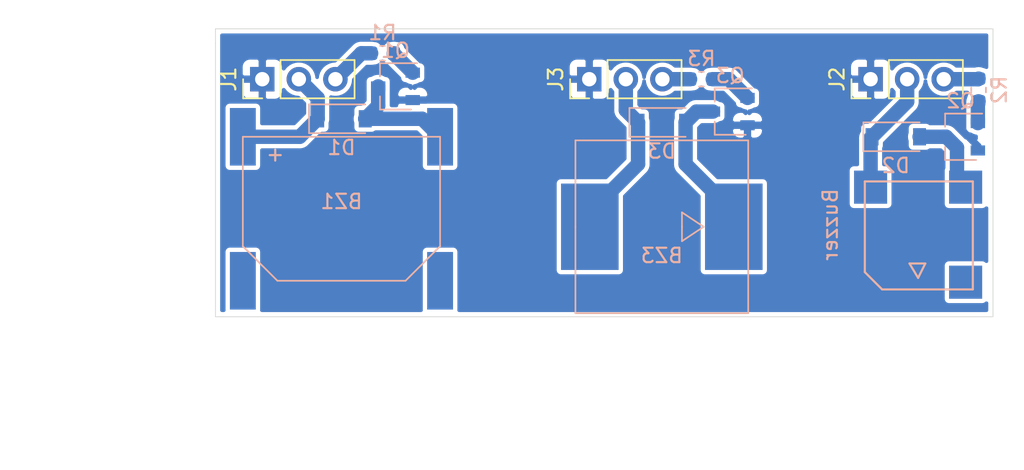
<source format=kicad_pcb>
(kicad_pcb (version 20171130) (host pcbnew "(5.1.4)-1")

  (general
    (thickness 1.6)
    (drawings 7)
    (tracks 40)
    (zones 0)
    (modules 15)
    (nets 14)
  )

  (page A4)
  (layers
    (0 F.Cu signal)
    (31 B.Cu signal)
    (32 B.Adhes user)
    (33 F.Adhes user)
    (34 B.Paste user)
    (35 F.Paste user)
    (36 B.SilkS user)
    (37 F.SilkS user)
    (38 B.Mask user)
    (39 F.Mask user)
    (40 Dwgs.User user)
    (41 Cmts.User user)
    (42 Eco1.User user)
    (43 Eco2.User user)
    (44 Edge.Cuts user)
    (45 Margin user)
    (46 B.CrtYd user)
    (47 F.CrtYd user)
    (48 B.Fab user)
    (49 F.Fab user)
  )

  (setup
    (last_trace_width 0.25)
    (user_trace_width 0.5)
    (user_trace_width 1)
    (trace_clearance 0.2)
    (zone_clearance 0.3)
    (zone_45_only no)
    (trace_min 0.2)
    (via_size 0.8)
    (via_drill 0.4)
    (via_min_size 0.4)
    (via_min_drill 0.3)
    (uvia_size 0.3)
    (uvia_drill 0.1)
    (uvias_allowed no)
    (uvia_min_size 0.2)
    (uvia_min_drill 0.1)
    (edge_width 0.05)
    (segment_width 0.2)
    (pcb_text_width 0.3)
    (pcb_text_size 1.5 1.5)
    (mod_edge_width 0.12)
    (mod_text_size 1 1)
    (mod_text_width 0.15)
    (pad_size 1.524 1.524)
    (pad_drill 0.762)
    (pad_to_mask_clearance 0.051)
    (solder_mask_min_width 0.25)
    (aux_axis_origin 0 0)
    (visible_elements 7FFFFFFF)
    (pcbplotparams
      (layerselection 0x01000_fffffffe)
      (usegerberextensions false)
      (usegerberattributes false)
      (usegerberadvancedattributes false)
      (creategerberjobfile false)
      (excludeedgelayer true)
      (linewidth 0.100000)
      (plotframeref false)
      (viasonmask false)
      (mode 1)
      (useauxorigin false)
      (hpglpennumber 1)
      (hpglpenspeed 20)
      (hpglpendiameter 15.000000)
      (psnegative false)
      (psa4output false)
      (plotreference true)
      (plotvalue true)
      (plotinvisibletext false)
      (padsonsilk false)
      (subtractmaskfromsilk false)
      (outputformat 1)
      (mirror false)
      (drillshape 0)
      (scaleselection 1)
      (outputdirectory "C:/Users/3Zuta/OneDrive/デスクトップ/NHK_RC20_PCBs/Buzzer_Test_UM1515IA/加工ファイル/"))
  )

  (net 0 "")
  (net 1 +BATT)
  (net 2 "Net-(BZ1-Pad2)")
  (net 3 "Net-(BZ2-Pad2)")
  (net 4 VDD)
  (net 5 VCC)
  (net 6 "Net-(BZ3-Pad2)")
  (net 7 GND)
  (net 8 /PWM)
  (net 9 /PWM_1)
  (net 10 /PWM_2)
  (net 11 "Net-(Q1-Pad1)")
  (net 12 "Net-(Q2-Pad1)")
  (net 13 "Net-(Q3-Pad1)")

  (net_class Default "これはデフォルトのネット クラスです。"
    (clearance 0.2)
    (trace_width 0.25)
    (via_dia 0.8)
    (via_drill 0.4)
    (uvia_dia 0.3)
    (uvia_drill 0.1)
    (add_net +BATT)
    (add_net /PWM)
    (add_net /PWM_1)
    (add_net /PWM_2)
    (add_net GND)
    (add_net "Net-(BZ1-Pad2)")
    (add_net "Net-(BZ2-Pad2)")
    (add_net "Net-(BZ3-Pad2)")
    (add_net "Net-(Q1-Pad1)")
    (add_net "Net-(Q2-Pad1)")
    (add_net "Net-(Q3-Pad1)")
    (add_net VCC)
    (add_net VDD)
  )

  (module Mizz_lib:UM1515IA (layer B.Cu) (tedit 5E581B64) (tstamp 5E59F078)
    (at 102.75 96.5)
    (path /5FAEE4CE)
    (fp_text reference BZ1 (at 0 -0.5) (layer B.SilkS)
      (effects (font (size 1 1) (thickness 0.15)) (justify mirror))
    )
    (fp_text value Buzzer (at 0 0.5) (layer B.Fab)
      (effects (font (size 1 1) (thickness 0.15)) (justify mirror))
    )
    (fp_text user + (at -4.6 -3.8) (layer B.SilkS)
      (effects (font (size 1 1) (thickness 0.15)) (justify mirror))
    )
    (fp_line (start 6.85 -5) (end -6.85 -5) (layer B.SilkS) (width 0.12))
    (fp_line (start -6.85 2.6) (end -4.45 5) (layer B.SilkS) (width 0.12))
    (fp_line (start -6.85 -5) (end -6.85 2.6) (layer B.SilkS) (width 0.12))
    (fp_line (start 4.45 5) (end 6.85 2.6) (layer B.SilkS) (width 0.12))
    (fp_line (start 6.85 2.6) (end 6.85 -5) (layer B.SilkS) (width 0.12))
    (fp_line (start 4.45 5) (end -4.45 5) (layer B.SilkS) (width 0.12))
    (pad 1 smd rect (at -6.85 -5) (size 1.8 4) (layers B.Cu B.Paste B.Mask)
      (net 1 +BATT))
    (pad 2 smd rect (at 6.85 -5) (size 1.8 4) (layers B.Cu B.Paste B.Mask)
      (net 2 "Net-(BZ1-Pad2)"))
    (pad "" smd rect (at 6.85 5) (size 1.8 4) (layers B.Cu B.Paste B.Mask))
    (pad "" smd rect (at -6.85 5) (size 1.8 4) (layers B.Cu B.Paste B.Mask))
  )

  (module Mizz_lib:UGCT7525AN4 (layer B.Cu) (tedit 5C686915) (tstamp 5E59F087)
    (at 142.5 98 270)
    (path /5FAF63C7)
    (fp_text reference BZ2 (at 0.6 -6 90) (layer B.Fab) hide
      (effects (font (size 1 1) (thickness 0.15)) (justify mirror))
    )
    (fp_text value Buzzer (at -0.4 5.8 90) (layer B.SilkS)
      (effects (font (size 1 1) (thickness 0.15)) (justify mirror))
    )
    (fp_line (start 2.9 3.4) (end -3.4 3.4) (layer B.SilkS) (width 0.15))
    (fp_line (start -3.4 3.4) (end -3.4 -4.1) (layer B.SilkS) (width 0.15))
    (fp_line (start 4.1 -4.1) (end -3.4 -4.1) (layer B.SilkS) (width 0.15))
    (fp_line (start 4.1 -4.1) (end 4.1 2.2) (layer B.SilkS) (width 0.15))
    (fp_line (start 2.9 3.4) (end 4.1 2.2) (layer B.SilkS) (width 0.15))
    (fp_line (start 2.3 -0.8) (end 3.3 -0.3) (layer B.SilkS) (width 0.15))
    (fp_line (start 2.3 0.3) (end 2.3 -0.8) (layer B.SilkS) (width 0.15))
    (fp_line (start 3.3 -0.3) (end 2.3 0.3) (layer B.SilkS) (width 0.15))
    (pad 3 smd rect (at 3.6 -3.6 270) (size 2.3 2.3) (layers B.Cu B.Paste B.Mask))
    (pad 2 smd rect (at -3 -3.6 270) (size 2.3 2.3) (layers B.Cu B.Paste B.Mask)
      (net 3 "Net-(BZ2-Pad2)"))
    (pad 1 smd rect (at -3 3 270) (size 2.3 2.3) (layers B.Cu B.Paste B.Mask)
      (net 4 VDD))
    (model Mylib_Device/ugct7525an4.wrl
      (offset (xyz 0.3809999942779541 -0.3809999942779541 1.142999982833862))
      (scale (xyz 1.5 1.5 1.5))
      (rotate (xyz -90 0 90))
    )
    (model C:/Users/Mizuta/Downloads/kicad-packages3D-master/Buzzer_Beeper.3dshapes/PUIAudio_SMT_0825_S_4_R.step
      (offset (xyz 0.25 -0.25 0))
      (scale (xyz 1 1 1))
      (rotate (xyz 0 0 0))
    )
  )

  (module Mizz_lib:PKLCS1212E4001 (layer B.Cu) (tedit 5E582136) (tstamp 5E59F096)
    (at 125 97.75)
    (path /5FB02F32)
    (fp_text reference BZ3 (at 0 2) (layer B.SilkS)
      (effects (font (size 1 1) (thickness 0.15)) (justify mirror))
    )
    (fp_text value Buzzer (at 0 3.5) (layer B.Fab)
      (effects (font (size 1 1) (thickness 0.15)) (justify mirror))
    )
    (fp_line (start -6 0) (end -6 6) (layer B.SilkS) (width 0.12))
    (fp_line (start -6 6) (end 6 6) (layer B.SilkS) (width 0.12))
    (fp_line (start 6 6) (end 6 -6) (layer B.SilkS) (width 0.12))
    (fp_line (start 6 -6) (end -6 -6) (layer B.SilkS) (width 0.12))
    (fp_line (start -6 -6) (end -6 0) (layer B.SilkS) (width 0.12))
    (fp_line (start 1.4 1) (end 1.4 0) (layer B.SilkS) (width 0.12))
    (fp_line (start 1.4 0) (end 1.4 -1) (layer B.SilkS) (width 0.12))
    (fp_line (start 1.4 -1) (end 2.9 0) (layer B.SilkS) (width 0.12))
    (fp_line (start 2.9 0) (end 1.4 1) (layer B.SilkS) (width 0.12))
    (pad 1 smd rect (at -5 0) (size 4 6) (layers B.Cu B.Paste B.Mask)
      (net 5 VCC))
    (pad 2 smd rect (at 5 0) (size 4 6) (layers B.Cu B.Paste B.Mask)
      (net 6 "Net-(BZ3-Pad2)"))
  )

  (module Diode_SMD:D_SOD-123 (layer B.Cu) (tedit 58645DC7) (tstamp 5E59F0AF)
    (at 102.75 90.25)
    (descr SOD-123)
    (tags SOD-123)
    (path /5FAEEAA3)
    (attr smd)
    (fp_text reference D1 (at 0 2) (layer B.SilkS)
      (effects (font (size 1 1) (thickness 0.15)) (justify mirror))
    )
    (fp_text value DIODE (at 0 -2.1) (layer B.Fab)
      (effects (font (size 1 1) (thickness 0.15)) (justify mirror))
    )
    (fp_text user %R (at 0 2) (layer B.Fab)
      (effects (font (size 1 1) (thickness 0.15)) (justify mirror))
    )
    (fp_line (start -2.25 1) (end -2.25 -1) (layer B.SilkS) (width 0.12))
    (fp_line (start 0.25 0) (end 0.75 0) (layer B.Fab) (width 0.1))
    (fp_line (start 0.25 -0.4) (end -0.35 0) (layer B.Fab) (width 0.1))
    (fp_line (start 0.25 0.4) (end 0.25 -0.4) (layer B.Fab) (width 0.1))
    (fp_line (start -0.35 0) (end 0.25 0.4) (layer B.Fab) (width 0.1))
    (fp_line (start -0.35 0) (end -0.35 -0.55) (layer B.Fab) (width 0.1))
    (fp_line (start -0.35 0) (end -0.35 0.55) (layer B.Fab) (width 0.1))
    (fp_line (start -0.75 0) (end -0.35 0) (layer B.Fab) (width 0.1))
    (fp_line (start -1.4 -0.9) (end -1.4 0.9) (layer B.Fab) (width 0.1))
    (fp_line (start 1.4 -0.9) (end -1.4 -0.9) (layer B.Fab) (width 0.1))
    (fp_line (start 1.4 0.9) (end 1.4 -0.9) (layer B.Fab) (width 0.1))
    (fp_line (start -1.4 0.9) (end 1.4 0.9) (layer B.Fab) (width 0.1))
    (fp_line (start -2.35 1.15) (end 2.35 1.15) (layer B.CrtYd) (width 0.05))
    (fp_line (start 2.35 1.15) (end 2.35 -1.15) (layer B.CrtYd) (width 0.05))
    (fp_line (start 2.35 -1.15) (end -2.35 -1.15) (layer B.CrtYd) (width 0.05))
    (fp_line (start -2.35 1.15) (end -2.35 -1.15) (layer B.CrtYd) (width 0.05))
    (fp_line (start -2.25 -1) (end 1.65 -1) (layer B.SilkS) (width 0.12))
    (fp_line (start -2.25 1) (end 1.65 1) (layer B.SilkS) (width 0.12))
    (pad 1 smd rect (at -1.65 0) (size 0.9 1.2) (layers B.Cu B.Paste B.Mask)
      (net 1 +BATT))
    (pad 2 smd rect (at 1.65 0) (size 0.9 1.2) (layers B.Cu B.Paste B.Mask)
      (net 2 "Net-(BZ1-Pad2)"))
    (model ${KISYS3DMOD}/Diode_SMD.3dshapes/D_SOD-123.wrl
      (at (xyz 0 0 0))
      (scale (xyz 1 1 1))
      (rotate (xyz 0 0 0))
    )
  )

  (module Diode_SMD:D_SOD-123 (layer B.Cu) (tedit 58645DC7) (tstamp 5E59F0C8)
    (at 141.25 91.5)
    (descr SOD-123)
    (tags SOD-123)
    (path /5FAF63DB)
    (attr smd)
    (fp_text reference D2 (at 0 2) (layer B.SilkS)
      (effects (font (size 1 1) (thickness 0.15)) (justify mirror))
    )
    (fp_text value DIODE (at 0 -2.1) (layer B.Fab)
      (effects (font (size 1 1) (thickness 0.15)) (justify mirror))
    )
    (fp_line (start -2.25 1) (end 1.65 1) (layer B.SilkS) (width 0.12))
    (fp_line (start -2.25 -1) (end 1.65 -1) (layer B.SilkS) (width 0.12))
    (fp_line (start -2.35 1.15) (end -2.35 -1.15) (layer B.CrtYd) (width 0.05))
    (fp_line (start 2.35 -1.15) (end -2.35 -1.15) (layer B.CrtYd) (width 0.05))
    (fp_line (start 2.35 1.15) (end 2.35 -1.15) (layer B.CrtYd) (width 0.05))
    (fp_line (start -2.35 1.15) (end 2.35 1.15) (layer B.CrtYd) (width 0.05))
    (fp_line (start -1.4 0.9) (end 1.4 0.9) (layer B.Fab) (width 0.1))
    (fp_line (start 1.4 0.9) (end 1.4 -0.9) (layer B.Fab) (width 0.1))
    (fp_line (start 1.4 -0.9) (end -1.4 -0.9) (layer B.Fab) (width 0.1))
    (fp_line (start -1.4 -0.9) (end -1.4 0.9) (layer B.Fab) (width 0.1))
    (fp_line (start -0.75 0) (end -0.35 0) (layer B.Fab) (width 0.1))
    (fp_line (start -0.35 0) (end -0.35 0.55) (layer B.Fab) (width 0.1))
    (fp_line (start -0.35 0) (end -0.35 -0.55) (layer B.Fab) (width 0.1))
    (fp_line (start -0.35 0) (end 0.25 0.4) (layer B.Fab) (width 0.1))
    (fp_line (start 0.25 0.4) (end 0.25 -0.4) (layer B.Fab) (width 0.1))
    (fp_line (start 0.25 -0.4) (end -0.35 0) (layer B.Fab) (width 0.1))
    (fp_line (start 0.25 0) (end 0.75 0) (layer B.Fab) (width 0.1))
    (fp_line (start -2.25 1) (end -2.25 -1) (layer B.SilkS) (width 0.12))
    (fp_text user %R (at 0 2) (layer B.Fab)
      (effects (font (size 1 1) (thickness 0.15)) (justify mirror))
    )
    (pad 2 smd rect (at 1.65 0) (size 0.9 1.2) (layers B.Cu B.Paste B.Mask)
      (net 3 "Net-(BZ2-Pad2)"))
    (pad 1 smd rect (at -1.65 0) (size 0.9 1.2) (layers B.Cu B.Paste B.Mask)
      (net 4 VDD))
    (model ${KISYS3DMOD}/Diode_SMD.3dshapes/D_SOD-123.wrl
      (at (xyz 0 0 0))
      (scale (xyz 1 1 1))
      (rotate (xyz 0 0 0))
    )
  )

  (module Diode_SMD:D_SOD-123 (layer B.Cu) (tedit 58645DC7) (tstamp 5E59F0E1)
    (at 125 90.5)
    (descr SOD-123)
    (tags SOD-123)
    (path /5FB02F46)
    (attr smd)
    (fp_text reference D3 (at 0 2) (layer B.SilkS)
      (effects (font (size 1 1) (thickness 0.15)) (justify mirror))
    )
    (fp_text value DIODE (at 0 -2.1) (layer B.Fab)
      (effects (font (size 1 1) (thickness 0.15)) (justify mirror))
    )
    (fp_text user %R (at 0 2) (layer B.Fab)
      (effects (font (size 1 1) (thickness 0.15)) (justify mirror))
    )
    (fp_line (start -2.25 1) (end -2.25 -1) (layer B.SilkS) (width 0.12))
    (fp_line (start 0.25 0) (end 0.75 0) (layer B.Fab) (width 0.1))
    (fp_line (start 0.25 -0.4) (end -0.35 0) (layer B.Fab) (width 0.1))
    (fp_line (start 0.25 0.4) (end 0.25 -0.4) (layer B.Fab) (width 0.1))
    (fp_line (start -0.35 0) (end 0.25 0.4) (layer B.Fab) (width 0.1))
    (fp_line (start -0.35 0) (end -0.35 -0.55) (layer B.Fab) (width 0.1))
    (fp_line (start -0.35 0) (end -0.35 0.55) (layer B.Fab) (width 0.1))
    (fp_line (start -0.75 0) (end -0.35 0) (layer B.Fab) (width 0.1))
    (fp_line (start -1.4 -0.9) (end -1.4 0.9) (layer B.Fab) (width 0.1))
    (fp_line (start 1.4 -0.9) (end -1.4 -0.9) (layer B.Fab) (width 0.1))
    (fp_line (start 1.4 0.9) (end 1.4 -0.9) (layer B.Fab) (width 0.1))
    (fp_line (start -1.4 0.9) (end 1.4 0.9) (layer B.Fab) (width 0.1))
    (fp_line (start -2.35 1.15) (end 2.35 1.15) (layer B.CrtYd) (width 0.05))
    (fp_line (start 2.35 1.15) (end 2.35 -1.15) (layer B.CrtYd) (width 0.05))
    (fp_line (start 2.35 -1.15) (end -2.35 -1.15) (layer B.CrtYd) (width 0.05))
    (fp_line (start -2.35 1.15) (end -2.35 -1.15) (layer B.CrtYd) (width 0.05))
    (fp_line (start -2.25 -1) (end 1.65 -1) (layer B.SilkS) (width 0.12))
    (fp_line (start -2.25 1) (end 1.65 1) (layer B.SilkS) (width 0.12))
    (pad 1 smd rect (at -1.65 0) (size 0.9 1.2) (layers B.Cu B.Paste B.Mask)
      (net 5 VCC))
    (pad 2 smd rect (at 1.65 0) (size 0.9 1.2) (layers B.Cu B.Paste B.Mask)
      (net 6 "Net-(BZ3-Pad2)"))
    (model ${KISYS3DMOD}/Diode_SMD.3dshapes/D_SOD-123.wrl
      (at (xyz 0 0 0))
      (scale (xyz 1 1 1))
      (rotate (xyz 0 0 0))
    )
  )

  (module Connector_PinHeader_2.54mm:PinHeader_1x03_P2.54mm_Vertical (layer F.Cu) (tedit 59FED5CC) (tstamp 5E59F0F8)
    (at 97.25 87.5 90)
    (descr "Through hole straight pin header, 1x03, 2.54mm pitch, single row")
    (tags "Through hole pin header THT 1x03 2.54mm single row")
    (path /5FAF178E)
    (fp_text reference J1 (at 0 -2.33 90) (layer F.SilkS)
      (effects (font (size 1 1) (thickness 0.15)))
    )
    (fp_text value BUZZER11 (at 0 7.41 90) (layer F.Fab)
      (effects (font (size 1 1) (thickness 0.15)))
    )
    (fp_line (start -0.635 -1.27) (end 1.27 -1.27) (layer F.Fab) (width 0.1))
    (fp_line (start 1.27 -1.27) (end 1.27 6.35) (layer F.Fab) (width 0.1))
    (fp_line (start 1.27 6.35) (end -1.27 6.35) (layer F.Fab) (width 0.1))
    (fp_line (start -1.27 6.35) (end -1.27 -0.635) (layer F.Fab) (width 0.1))
    (fp_line (start -1.27 -0.635) (end -0.635 -1.27) (layer F.Fab) (width 0.1))
    (fp_line (start -1.33 6.41) (end 1.33 6.41) (layer F.SilkS) (width 0.12))
    (fp_line (start -1.33 1.27) (end -1.33 6.41) (layer F.SilkS) (width 0.12))
    (fp_line (start 1.33 1.27) (end 1.33 6.41) (layer F.SilkS) (width 0.12))
    (fp_line (start -1.33 1.27) (end 1.33 1.27) (layer F.SilkS) (width 0.12))
    (fp_line (start -1.33 0) (end -1.33 -1.33) (layer F.SilkS) (width 0.12))
    (fp_line (start -1.33 -1.33) (end 0 -1.33) (layer F.SilkS) (width 0.12))
    (fp_line (start -1.8 -1.8) (end -1.8 6.85) (layer F.CrtYd) (width 0.05))
    (fp_line (start -1.8 6.85) (end 1.8 6.85) (layer F.CrtYd) (width 0.05))
    (fp_line (start 1.8 6.85) (end 1.8 -1.8) (layer F.CrtYd) (width 0.05))
    (fp_line (start 1.8 -1.8) (end -1.8 -1.8) (layer F.CrtYd) (width 0.05))
    (fp_text user %R (at 0 2.54) (layer F.Fab)
      (effects (font (size 1 1) (thickness 0.15)))
    )
    (pad 1 thru_hole rect (at 0 0 90) (size 1.7 1.7) (drill 1) (layers *.Cu *.Mask)
      (net 7 GND))
    (pad 2 thru_hole oval (at 0 2.54 90) (size 1.7 1.7) (drill 1) (layers *.Cu *.Mask)
      (net 1 +BATT))
    (pad 3 thru_hole oval (at 0 5.08 90) (size 1.7 1.7) (drill 1) (layers *.Cu *.Mask)
      (net 8 /PWM))
    (model ${KISYS3DMOD}/Connector_PinHeader_2.54mm.3dshapes/PinHeader_1x03_P2.54mm_Vertical.wrl
      (at (xyz 0 0 0))
      (scale (xyz 1 1 1))
      (rotate (xyz 0 0 0))
    )
  )

  (module Connector_PinHeader_2.54mm:PinHeader_1x03_P2.54mm_Vertical (layer F.Cu) (tedit 59FED5CC) (tstamp 5E59F10F)
    (at 139.5 87.5 90)
    (descr "Through hole straight pin header, 1x03, 2.54mm pitch, single row")
    (tags "Through hole pin header THT 1x03 2.54mm single row")
    (path /5FAF640C)
    (fp_text reference J2 (at 0 -2.33 90) (layer F.SilkS)
      (effects (font (size 1 1) (thickness 0.15)))
    )
    (fp_text value BUZZER11 (at 0 7.41 90) (layer F.Fab)
      (effects (font (size 1 1) (thickness 0.15)))
    )
    (fp_text user %R (at 0 2.54) (layer F.Fab)
      (effects (font (size 1 1) (thickness 0.15)))
    )
    (fp_line (start 1.8 -1.8) (end -1.8 -1.8) (layer F.CrtYd) (width 0.05))
    (fp_line (start 1.8 6.85) (end 1.8 -1.8) (layer F.CrtYd) (width 0.05))
    (fp_line (start -1.8 6.85) (end 1.8 6.85) (layer F.CrtYd) (width 0.05))
    (fp_line (start -1.8 -1.8) (end -1.8 6.85) (layer F.CrtYd) (width 0.05))
    (fp_line (start -1.33 -1.33) (end 0 -1.33) (layer F.SilkS) (width 0.12))
    (fp_line (start -1.33 0) (end -1.33 -1.33) (layer F.SilkS) (width 0.12))
    (fp_line (start -1.33 1.27) (end 1.33 1.27) (layer F.SilkS) (width 0.12))
    (fp_line (start 1.33 1.27) (end 1.33 6.41) (layer F.SilkS) (width 0.12))
    (fp_line (start -1.33 1.27) (end -1.33 6.41) (layer F.SilkS) (width 0.12))
    (fp_line (start -1.33 6.41) (end 1.33 6.41) (layer F.SilkS) (width 0.12))
    (fp_line (start -1.27 -0.635) (end -0.635 -1.27) (layer F.Fab) (width 0.1))
    (fp_line (start -1.27 6.35) (end -1.27 -0.635) (layer F.Fab) (width 0.1))
    (fp_line (start 1.27 6.35) (end -1.27 6.35) (layer F.Fab) (width 0.1))
    (fp_line (start 1.27 -1.27) (end 1.27 6.35) (layer F.Fab) (width 0.1))
    (fp_line (start -0.635 -1.27) (end 1.27 -1.27) (layer F.Fab) (width 0.1))
    (pad 3 thru_hole oval (at 0 5.08 90) (size 1.7 1.7) (drill 1) (layers *.Cu *.Mask)
      (net 9 /PWM_1))
    (pad 2 thru_hole oval (at 0 2.54 90) (size 1.7 1.7) (drill 1) (layers *.Cu *.Mask)
      (net 4 VDD))
    (pad 1 thru_hole rect (at 0 0 90) (size 1.7 1.7) (drill 1) (layers *.Cu *.Mask)
      (net 7 GND))
    (model ${KISYS3DMOD}/Connector_PinHeader_2.54mm.3dshapes/PinHeader_1x03_P2.54mm_Vertical.wrl
      (at (xyz 0 0 0))
      (scale (xyz 1 1 1))
      (rotate (xyz 0 0 0))
    )
  )

  (module Connector_PinHeader_2.54mm:PinHeader_1x03_P2.54mm_Vertical (layer F.Cu) (tedit 59FED5CC) (tstamp 5E59F126)
    (at 119.96 87.5 90)
    (descr "Through hole straight pin header, 1x03, 2.54mm pitch, single row")
    (tags "Through hole pin header THT 1x03 2.54mm single row")
    (path /5FB02F77)
    (fp_text reference J3 (at 0 -2.33 90) (layer F.SilkS)
      (effects (font (size 1 1) (thickness 0.15)))
    )
    (fp_text value BUZZER11 (at 0 7.41 90) (layer F.Fab)
      (effects (font (size 1 1) (thickness 0.15)))
    )
    (fp_line (start -0.635 -1.27) (end 1.27 -1.27) (layer F.Fab) (width 0.1))
    (fp_line (start 1.27 -1.27) (end 1.27 6.35) (layer F.Fab) (width 0.1))
    (fp_line (start 1.27 6.35) (end -1.27 6.35) (layer F.Fab) (width 0.1))
    (fp_line (start -1.27 6.35) (end -1.27 -0.635) (layer F.Fab) (width 0.1))
    (fp_line (start -1.27 -0.635) (end -0.635 -1.27) (layer F.Fab) (width 0.1))
    (fp_line (start -1.33 6.41) (end 1.33 6.41) (layer F.SilkS) (width 0.12))
    (fp_line (start -1.33 1.27) (end -1.33 6.41) (layer F.SilkS) (width 0.12))
    (fp_line (start 1.33 1.27) (end 1.33 6.41) (layer F.SilkS) (width 0.12))
    (fp_line (start -1.33 1.27) (end 1.33 1.27) (layer F.SilkS) (width 0.12))
    (fp_line (start -1.33 0) (end -1.33 -1.33) (layer F.SilkS) (width 0.12))
    (fp_line (start -1.33 -1.33) (end 0 -1.33) (layer F.SilkS) (width 0.12))
    (fp_line (start -1.8 -1.8) (end -1.8 6.85) (layer F.CrtYd) (width 0.05))
    (fp_line (start -1.8 6.85) (end 1.8 6.85) (layer F.CrtYd) (width 0.05))
    (fp_line (start 1.8 6.85) (end 1.8 -1.8) (layer F.CrtYd) (width 0.05))
    (fp_line (start 1.8 -1.8) (end -1.8 -1.8) (layer F.CrtYd) (width 0.05))
    (fp_text user %R (at 0 2.54) (layer F.Fab)
      (effects (font (size 1 1) (thickness 0.15)))
    )
    (pad 1 thru_hole rect (at 0 0 90) (size 1.7 1.7) (drill 1) (layers *.Cu *.Mask)
      (net 7 GND))
    (pad 2 thru_hole oval (at 0 2.54 90) (size 1.7 1.7) (drill 1) (layers *.Cu *.Mask)
      (net 5 VCC))
    (pad 3 thru_hole oval (at 0 5.08 90) (size 1.7 1.7) (drill 1) (layers *.Cu *.Mask)
      (net 10 /PWM_2))
    (model ${KISYS3DMOD}/Connector_PinHeader_2.54mm.3dshapes/PinHeader_1x03_P2.54mm_Vertical.wrl
      (at (xyz 0 0 0))
      (scale (xyz 1 1 1))
      (rotate (xyz 0 0 0))
    )
  )

  (module Package_TO_SOT_SMD:SOT-23W (layer B.Cu) (tedit 5A02FF57) (tstamp 5E59F13B)
    (at 106.5 88 180)
    (descr "SOT-23W http://www.allegromicro.com/~/media/Files/Datasheets/A112x-Datasheet.ashx?la=en&hash=7BC461E058CC246E0BAB62433B2F1ECA104CA9D3")
    (tags SOT-23W)
    (path /5FAEFBFF)
    (attr smd)
    (fp_text reference Q1 (at 0 2.5) (layer B.SilkS)
      (effects (font (size 1 1) (thickness 0.15)) (justify mirror))
    )
    (fp_text value Q_NPN_BEC (at 0 -2.5) (layer B.Fab)
      (effects (font (size 1 1) (thickness 0.15)) (justify mirror))
    )
    (fp_line (start 1.075 1.61) (end 1.075 0.7) (layer B.SilkS) (width 0.12))
    (fp_line (start 1.075 -0.7) (end 1.075 -1.61) (layer B.SilkS) (width 0.12))
    (fp_line (start -1.5 1.61) (end 1.075 1.61) (layer B.SilkS) (width 0.12))
    (fp_line (start -1.075 -1.61) (end 1.075 -1.61) (layer B.SilkS) (width 0.12))
    (fp_text user %R (at 0 0 270) (layer B.Fab)
      (effects (font (size 0.5 0.5) (thickness 0.075)) (justify mirror))
    )
    (fp_line (start -0.955 0.49) (end -0.955 -1.49) (layer B.Fab) (width 0.1))
    (fp_line (start 0.045 1.49) (end 0.955 1.49) (layer B.Fab) (width 0.1))
    (fp_line (start -0.955 0.49) (end 0.045 1.49) (layer B.Fab) (width 0.1))
    (fp_line (start 0.955 1.49) (end 0.955 -1.49) (layer B.Fab) (width 0.1))
    (fp_line (start -0.955 -1.49) (end 0.955 -1.49) (layer B.Fab) (width 0.1))
    (fp_line (start -1.95 1.74) (end 1.95 1.74) (layer B.CrtYd) (width 0.05))
    (fp_line (start 1.95 1.74) (end 1.95 -1.74) (layer B.CrtYd) (width 0.05))
    (fp_line (start 1.95 -1.74) (end -1.95 -1.74) (layer B.CrtYd) (width 0.05))
    (fp_line (start -1.95 -1.74) (end -1.95 1.74) (layer B.CrtYd) (width 0.05))
    (pad 1 smd rect (at -1.2 0.95 180) (size 1 0.7) (layers B.Cu B.Paste B.Mask)
      (net 11 "Net-(Q1-Pad1)"))
    (pad 2 smd rect (at -1.2 -0.95 180) (size 1 0.7) (layers B.Cu B.Paste B.Mask)
      (net 7 GND))
    (pad 3 smd rect (at 1.2 0 180) (size 1 0.7) (layers B.Cu B.Paste B.Mask)
      (net 2 "Net-(BZ1-Pad2)"))
    (model ${KISYS3DMOD}/Package_TO_SOT_SMD.3dshapes/SOT-23W.wrl
      (at (xyz 0 0 0))
      (scale (xyz 1 1 1))
      (rotate (xyz 0 0 0))
    )
  )

  (module Package_TO_SOT_SMD:SOT-23W (layer B.Cu) (tedit 5A02FF57) (tstamp 5E59F150)
    (at 145.75 91.5 180)
    (descr "SOT-23W http://www.allegromicro.com/~/media/Files/Datasheets/A112x-Datasheet.ashx?la=en&hash=7BC461E058CC246E0BAB62433B2F1ECA104CA9D3")
    (tags SOT-23W)
    (path /5FAF63E9)
    (attr smd)
    (fp_text reference Q2 (at 0 2.5) (layer B.SilkS)
      (effects (font (size 1 1) (thickness 0.15)) (justify mirror))
    )
    (fp_text value Q_NPN_BEC (at 0 -2.5) (layer B.Fab)
      (effects (font (size 1 1) (thickness 0.15)) (justify mirror))
    )
    (fp_line (start -1.95 -1.74) (end -1.95 1.74) (layer B.CrtYd) (width 0.05))
    (fp_line (start 1.95 -1.74) (end -1.95 -1.74) (layer B.CrtYd) (width 0.05))
    (fp_line (start 1.95 1.74) (end 1.95 -1.74) (layer B.CrtYd) (width 0.05))
    (fp_line (start -1.95 1.74) (end 1.95 1.74) (layer B.CrtYd) (width 0.05))
    (fp_line (start -0.955 -1.49) (end 0.955 -1.49) (layer B.Fab) (width 0.1))
    (fp_line (start 0.955 1.49) (end 0.955 -1.49) (layer B.Fab) (width 0.1))
    (fp_line (start -0.955 0.49) (end 0.045 1.49) (layer B.Fab) (width 0.1))
    (fp_line (start 0.045 1.49) (end 0.955 1.49) (layer B.Fab) (width 0.1))
    (fp_line (start -0.955 0.49) (end -0.955 -1.49) (layer B.Fab) (width 0.1))
    (fp_text user %R (at 0 0 270) (layer B.Fab)
      (effects (font (size 0.5 0.5) (thickness 0.075)) (justify mirror))
    )
    (fp_line (start -1.075 -1.61) (end 1.075 -1.61) (layer B.SilkS) (width 0.12))
    (fp_line (start -1.5 1.61) (end 1.075 1.61) (layer B.SilkS) (width 0.12))
    (fp_line (start 1.075 -0.7) (end 1.075 -1.61) (layer B.SilkS) (width 0.12))
    (fp_line (start 1.075 1.61) (end 1.075 0.7) (layer B.SilkS) (width 0.12))
    (pad 3 smd rect (at 1.2 0 180) (size 1 0.7) (layers B.Cu B.Paste B.Mask)
      (net 3 "Net-(BZ2-Pad2)"))
    (pad 2 smd rect (at -1.2 -0.95 180) (size 1 0.7) (layers B.Cu B.Paste B.Mask)
      (net 7 GND))
    (pad 1 smd rect (at -1.2 0.95 180) (size 1 0.7) (layers B.Cu B.Paste B.Mask)
      (net 12 "Net-(Q2-Pad1)"))
    (model ${KISYS3DMOD}/Package_TO_SOT_SMD.3dshapes/SOT-23W.wrl
      (at (xyz 0 0 0))
      (scale (xyz 1 1 1))
      (rotate (xyz 0 0 0))
    )
  )

  (module Package_TO_SOT_SMD:SOT-23W (layer B.Cu) (tedit 5A02FF57) (tstamp 5E59F165)
    (at 129.75 89.75 180)
    (descr "SOT-23W http://www.allegromicro.com/~/media/Files/Datasheets/A112x-Datasheet.ashx?la=en&hash=7BC461E058CC246E0BAB62433B2F1ECA104CA9D3")
    (tags SOT-23W)
    (path /5FB02F54)
    (attr smd)
    (fp_text reference Q3 (at 0 2.5) (layer B.SilkS)
      (effects (font (size 1 1) (thickness 0.15)) (justify mirror))
    )
    (fp_text value Q_NPN_BEC (at 0 -2.5) (layer B.Fab)
      (effects (font (size 1 1) (thickness 0.15)) (justify mirror))
    )
    (fp_line (start 1.075 1.61) (end 1.075 0.7) (layer B.SilkS) (width 0.12))
    (fp_line (start 1.075 -0.7) (end 1.075 -1.61) (layer B.SilkS) (width 0.12))
    (fp_line (start -1.5 1.61) (end 1.075 1.61) (layer B.SilkS) (width 0.12))
    (fp_line (start -1.075 -1.61) (end 1.075 -1.61) (layer B.SilkS) (width 0.12))
    (fp_text user %R (at 0 0 270) (layer B.Fab)
      (effects (font (size 0.5 0.5) (thickness 0.075)) (justify mirror))
    )
    (fp_line (start -0.955 0.49) (end -0.955 -1.49) (layer B.Fab) (width 0.1))
    (fp_line (start 0.045 1.49) (end 0.955 1.49) (layer B.Fab) (width 0.1))
    (fp_line (start -0.955 0.49) (end 0.045 1.49) (layer B.Fab) (width 0.1))
    (fp_line (start 0.955 1.49) (end 0.955 -1.49) (layer B.Fab) (width 0.1))
    (fp_line (start -0.955 -1.49) (end 0.955 -1.49) (layer B.Fab) (width 0.1))
    (fp_line (start -1.95 1.74) (end 1.95 1.74) (layer B.CrtYd) (width 0.05))
    (fp_line (start 1.95 1.74) (end 1.95 -1.74) (layer B.CrtYd) (width 0.05))
    (fp_line (start 1.95 -1.74) (end -1.95 -1.74) (layer B.CrtYd) (width 0.05))
    (fp_line (start -1.95 -1.74) (end -1.95 1.74) (layer B.CrtYd) (width 0.05))
    (pad 1 smd rect (at -1.2 0.95 180) (size 1 0.7) (layers B.Cu B.Paste B.Mask)
      (net 13 "Net-(Q3-Pad1)"))
    (pad 2 smd rect (at -1.2 -0.95 180) (size 1 0.7) (layers B.Cu B.Paste B.Mask)
      (net 7 GND))
    (pad 3 smd rect (at 1.2 0 180) (size 1 0.7) (layers B.Cu B.Paste B.Mask)
      (net 6 "Net-(BZ3-Pad2)"))
    (model ${KISYS3DMOD}/Package_TO_SOT_SMD.3dshapes/SOT-23W.wrl
      (at (xyz 0 0 0))
      (scale (xyz 1 1 1))
      (rotate (xyz 0 0 0))
    )
  )

  (module Resistor_SMD:R_0603_1608Metric (layer B.Cu) (tedit 5B301BBD) (tstamp 5E59F176)
    (at 105.6 85.7 180)
    (descr "Resistor SMD 0603 (1608 Metric), square (rectangular) end terminal, IPC_7351 nominal, (Body size source: http://www.tortai-tech.com/upload/download/2011102023233369053.pdf), generated with kicad-footprint-generator")
    (tags resistor)
    (path /5FAF0B08)
    (attr smd)
    (fp_text reference R1 (at 0 1.43) (layer B.SilkS)
      (effects (font (size 1 1) (thickness 0.15)) (justify mirror))
    )
    (fp_text value 10 (at 0 -1.43) (layer B.Fab)
      (effects (font (size 1 1) (thickness 0.15)) (justify mirror))
    )
    (fp_line (start -0.8 -0.4) (end -0.8 0.4) (layer B.Fab) (width 0.1))
    (fp_line (start -0.8 0.4) (end 0.8 0.4) (layer B.Fab) (width 0.1))
    (fp_line (start 0.8 0.4) (end 0.8 -0.4) (layer B.Fab) (width 0.1))
    (fp_line (start 0.8 -0.4) (end -0.8 -0.4) (layer B.Fab) (width 0.1))
    (fp_line (start -0.162779 0.51) (end 0.162779 0.51) (layer B.SilkS) (width 0.12))
    (fp_line (start -0.162779 -0.51) (end 0.162779 -0.51) (layer B.SilkS) (width 0.12))
    (fp_line (start -1.48 -0.73) (end -1.48 0.73) (layer B.CrtYd) (width 0.05))
    (fp_line (start -1.48 0.73) (end 1.48 0.73) (layer B.CrtYd) (width 0.05))
    (fp_line (start 1.48 0.73) (end 1.48 -0.73) (layer B.CrtYd) (width 0.05))
    (fp_line (start 1.48 -0.73) (end -1.48 -0.73) (layer B.CrtYd) (width 0.05))
    (fp_text user %R (at 0 0) (layer B.Fab)
      (effects (font (size 0.4 0.4) (thickness 0.06)) (justify mirror))
    )
    (pad 1 smd roundrect (at -0.7875 0 180) (size 0.875 0.95) (layers B.Cu B.Paste B.Mask) (roundrect_rratio 0.25)
      (net 11 "Net-(Q1-Pad1)"))
    (pad 2 smd roundrect (at 0.7875 0 180) (size 0.875 0.95) (layers B.Cu B.Paste B.Mask) (roundrect_rratio 0.25)
      (net 8 /PWM))
    (model ${KISYS3DMOD}/Resistor_SMD.3dshapes/R_0603_1608Metric.wrl
      (at (xyz 0 0 0))
      (scale (xyz 1 1 1))
      (rotate (xyz 0 0 0))
    )
  )

  (module Resistor_SMD:R_0603_1608Metric (layer B.Cu) (tedit 5B301BBD) (tstamp 5E59F187)
    (at 147 88.25 90)
    (descr "Resistor SMD 0603 (1608 Metric), square (rectangular) end terminal, IPC_7351 nominal, (Body size source: http://www.tortai-tech.com/upload/download/2011102023233369053.pdf), generated with kicad-footprint-generator")
    (tags resistor)
    (path /5FAF63F7)
    (attr smd)
    (fp_text reference R2 (at 0 1.43 90) (layer B.SilkS)
      (effects (font (size 1 1) (thickness 0.15)) (justify mirror))
    )
    (fp_text value 10 (at 0 -1.43 90) (layer B.Fab)
      (effects (font (size 1 1) (thickness 0.15)) (justify mirror))
    )
    (fp_text user %R (at 0 0 90) (layer B.Fab)
      (effects (font (size 0.4 0.4) (thickness 0.06)) (justify mirror))
    )
    (fp_line (start 1.48 -0.73) (end -1.48 -0.73) (layer B.CrtYd) (width 0.05))
    (fp_line (start 1.48 0.73) (end 1.48 -0.73) (layer B.CrtYd) (width 0.05))
    (fp_line (start -1.48 0.73) (end 1.48 0.73) (layer B.CrtYd) (width 0.05))
    (fp_line (start -1.48 -0.73) (end -1.48 0.73) (layer B.CrtYd) (width 0.05))
    (fp_line (start -0.162779 -0.51) (end 0.162779 -0.51) (layer B.SilkS) (width 0.12))
    (fp_line (start -0.162779 0.51) (end 0.162779 0.51) (layer B.SilkS) (width 0.12))
    (fp_line (start 0.8 -0.4) (end -0.8 -0.4) (layer B.Fab) (width 0.1))
    (fp_line (start 0.8 0.4) (end 0.8 -0.4) (layer B.Fab) (width 0.1))
    (fp_line (start -0.8 0.4) (end 0.8 0.4) (layer B.Fab) (width 0.1))
    (fp_line (start -0.8 -0.4) (end -0.8 0.4) (layer B.Fab) (width 0.1))
    (pad 2 smd roundrect (at 0.7875 0 90) (size 0.875 0.95) (layers B.Cu B.Paste B.Mask) (roundrect_rratio 0.25)
      (net 9 /PWM_1))
    (pad 1 smd roundrect (at -0.7875 0 90) (size 0.875 0.95) (layers B.Cu B.Paste B.Mask) (roundrect_rratio 0.25)
      (net 12 "Net-(Q2-Pad1)"))
    (model ${KISYS3DMOD}/Resistor_SMD.3dshapes/R_0603_1608Metric.wrl
      (at (xyz 0 0 0))
      (scale (xyz 1 1 1))
      (rotate (xyz 0 0 0))
    )
  )

  (module Resistor_SMD:R_0603_1608Metric (layer B.Cu) (tedit 5B301BBD) (tstamp 5E59F198)
    (at 127.75 87.5 180)
    (descr "Resistor SMD 0603 (1608 Metric), square (rectangular) end terminal, IPC_7351 nominal, (Body size source: http://www.tortai-tech.com/upload/download/2011102023233369053.pdf), generated with kicad-footprint-generator")
    (tags resistor)
    (path /5FB02F62)
    (attr smd)
    (fp_text reference R3 (at 0 1.43) (layer B.SilkS)
      (effects (font (size 1 1) (thickness 0.15)) (justify mirror))
    )
    (fp_text value 10 (at 0 -1.43) (layer B.Fab)
      (effects (font (size 1 1) (thickness 0.15)) (justify mirror))
    )
    (fp_line (start -0.8 -0.4) (end -0.8 0.4) (layer B.Fab) (width 0.1))
    (fp_line (start -0.8 0.4) (end 0.8 0.4) (layer B.Fab) (width 0.1))
    (fp_line (start 0.8 0.4) (end 0.8 -0.4) (layer B.Fab) (width 0.1))
    (fp_line (start 0.8 -0.4) (end -0.8 -0.4) (layer B.Fab) (width 0.1))
    (fp_line (start -0.162779 0.51) (end 0.162779 0.51) (layer B.SilkS) (width 0.12))
    (fp_line (start -0.162779 -0.51) (end 0.162779 -0.51) (layer B.SilkS) (width 0.12))
    (fp_line (start -1.48 -0.73) (end -1.48 0.73) (layer B.CrtYd) (width 0.05))
    (fp_line (start -1.48 0.73) (end 1.48 0.73) (layer B.CrtYd) (width 0.05))
    (fp_line (start 1.48 0.73) (end 1.48 -0.73) (layer B.CrtYd) (width 0.05))
    (fp_line (start 1.48 -0.73) (end -1.48 -0.73) (layer B.CrtYd) (width 0.05))
    (fp_text user %R (at 0 0) (layer B.Fab)
      (effects (font (size 0.4 0.4) (thickness 0.06)) (justify mirror))
    )
    (pad 1 smd roundrect (at -0.7875 0 180) (size 0.875 0.95) (layers B.Cu B.Paste B.Mask) (roundrect_rratio 0.25)
      (net 13 "Net-(Q3-Pad1)"))
    (pad 2 smd roundrect (at 0.7875 0 180) (size 0.875 0.95) (layers B.Cu B.Paste B.Mask) (roundrect_rratio 0.25)
      (net 10 /PWM_2))
    (model ${KISYS3DMOD}/Resistor_SMD.3dshapes/R_0603_1608Metric.wrl
      (at (xyz 0 0 0))
      (scale (xyz 1 1 1))
      (rotate (xyz 0 0 0))
    )
  )

  (dimension 20 (width 0.15) (layer Margin)
    (gr_text "20.000 mm" (at 82.7 94 270) (layer Margin)
      (effects (font (size 1 1) (thickness 0.15)))
    )
    (feature1 (pts (xy 91 104) (xy 83.413579 104)))
    (feature2 (pts (xy 91 84) (xy 83.413579 84)))
    (crossbar (pts (xy 84 84) (xy 84 104)))
    (arrow1a (pts (xy 84 104) (xy 83.413579 102.873496)))
    (arrow1b (pts (xy 84 104) (xy 84.586421 102.873496)))
    (arrow2a (pts (xy 84 84) (xy 83.413579 85.126504)))
    (arrow2b (pts (xy 84 84) (xy 84.586421 85.126504)))
  )
  (dimension 54 (width 0.15) (layer Margin)
    (gr_text "54.000 mm" (at 121 115.3) (layer Margin)
      (effects (font (size 1 1) (thickness 0.15)))
    )
    (feature1 (pts (xy 148 108) (xy 148 114.586421)))
    (feature2 (pts (xy 94 108) (xy 94 114.586421)))
    (crossbar (pts (xy 94 114) (xy 148 114)))
    (arrow1a (pts (xy 148 114) (xy 146.873496 114.586421)))
    (arrow1b (pts (xy 148 114) (xy 146.873496 113.413579)))
    (arrow2a (pts (xy 94 114) (xy 95.126504 114.586421)))
    (arrow2b (pts (xy 94 114) (xy 95.126504 113.413579)))
  )
  (gr_line (start 148 104) (end 94 104) (layer Edge.Cuts) (width 0.05) (tstamp 5E59FB2B))
  (gr_line (start 148 84) (end 148 104) (layer Edge.Cuts) (width 0.05))
  (gr_line (start 94 84) (end 148 84) (layer Edge.Cuts) (width 0.05))
  (gr_line (start 94 85) (end 94 84) (layer Edge.Cuts) (width 0.05))
  (gr_line (start 94 104) (end 94 85) (layer Edge.Cuts) (width 0.05))

  (segment (start 99.85 91.5) (end 101.1 90.25) (width 1) (layer B.Cu) (net 1))
  (segment (start 95.9 91.5) (end 99.85 91.5) (width 1) (layer B.Cu) (net 1))
  (segment (start 101.1 88.81) (end 99.79 87.5) (width 1) (layer B.Cu) (net 1))
  (segment (start 101.1 90.25) (end 101.1 88.81) (width 1) (layer B.Cu) (net 1))
  (segment (start 105.3 89.35) (end 104.4 90.25) (width 1) (layer B.Cu) (net 2))
  (segment (start 105.3 88) (end 105.3 89.35) (width 1) (layer B.Cu) (net 2))
  (segment (start 108.35 90.25) (end 109.6 91.5) (width 1) (layer B.Cu) (net 2))
  (segment (start 104.4 90.25) (end 108.35 90.25) (width 1) (layer B.Cu) (net 2))
  (segment (start 142.9 91.5) (end 144.55 91.5) (width 1) (layer B.Cu) (net 3))
  (segment (start 145.5 94.4) (end 146.1 95) (width 1) (layer B.Cu) (net 3))
  (segment (start 145.5 92.25) (end 145.5 94.4) (width 1) (layer B.Cu) (net 3))
  (segment (start 144.55 91.5) (end 144.75 91.5) (width 1) (layer B.Cu) (net 3))
  (segment (start 144.75 91.5) (end 145.5 92.25) (width 1) (layer B.Cu) (net 3))
  (segment (start 139.5 91.6) (end 139.6 91.5) (width 1) (layer B.Cu) (net 4))
  (segment (start 139.5 95) (end 139.5 91.6) (width 1) (layer B.Cu) (net 4))
  (segment (start 142.04 89.06) (end 139.6 91.5) (width 1) (layer B.Cu) (net 4))
  (segment (start 142.04 87.5) (end 142.04 89.06) (width 1) (layer B.Cu) (net 4))
  (segment (start 123.35 90.5) (end 123.35 93.4) (width 1) (layer B.Cu) (net 5))
  (segment (start 120 96.75) (end 120 97.75) (width 1) (layer B.Cu) (net 5))
  (segment (start 123.35 93.4) (end 120 96.75) (width 1) (layer B.Cu) (net 5))
  (segment (start 122.5 89.65) (end 123.35 90.5) (width 1) (layer B.Cu) (net 5))
  (segment (start 122.5 87.5) (end 122.5 89.65) (width 1) (layer B.Cu) (net 5))
  (segment (start 127.4 89.75) (end 126.65 90.5) (width 1) (layer B.Cu) (net 6))
  (segment (start 128.55 89.75) (end 127.4 89.75) (width 1) (layer B.Cu) (net 6))
  (segment (start 130 96.75) (end 130 97.75) (width 1) (layer B.Cu) (net 6))
  (segment (start 126.65 93.4) (end 130 96.75) (width 1) (layer B.Cu) (net 6))
  (segment (start 126.65 90.5) (end 126.65 93.4) (width 1) (layer B.Cu) (net 6))
  (segment (start 146.95 92.45) (end 146.95 92.15) (width 0.5) (layer B.Cu) (net 7))
  (segment (start 146.95 92.15) (end 143.9 89.1) (width 0.5) (layer B.Cu) (net 7))
  (segment (start 104.13 85.7) (end 102.33 87.5) (width 1) (layer B.Cu) (net 8))
  (segment (start 104.8125 85.7) (end 104.13 85.7) (width 1) (layer B.Cu) (net 8))
  (segment (start 146.9625 87.5) (end 147 87.4625) (width 1) (layer B.Cu) (net 9))
  (segment (start 144.58 87.5) (end 146.9625 87.5) (width 1) (layer B.Cu) (net 9))
  (segment (start 126.9625 87.5) (end 125.04 87.5) (width 1) (layer B.Cu) (net 10))
  (segment (start 106.3875 85.7375) (end 107.7 87.05) (width 1) (layer B.Cu) (net 11))
  (segment (start 106.3875 85.7) (end 106.3875 85.7375) (width 1) (layer B.Cu) (net 11))
  (segment (start 146.95 89.0875) (end 147 89.0375) (width 1) (layer B.Cu) (net 12))
  (segment (start 146.95 90.55) (end 146.95 89.0875) (width 1) (layer B.Cu) (net 12))
  (segment (start 129.65 87.5) (end 130.95 88.8) (width 1) (layer B.Cu) (net 13))
  (segment (start 128.5375 87.5) (end 129.65 87.5) (width 1) (layer B.Cu) (net 13))

  (zone (net 7) (net_name GND) (layer B.Cu) (tstamp 5E59FBBA) (hatch edge 0.508)
    (connect_pads (clearance 0.3))
    (min_thickness 0.254)
    (fill yes (arc_segments 32) (thermal_gap 0.508) (thermal_bridge_width 0.508))
    (polygon
      (pts
        (xy 150 106) (xy 92 106) (xy 92 82) (xy 150 82)
      )
    )
    (filled_polygon
      (pts
        (xy 147.548 86.66868) (xy 147.504158 86.645246) (xy 147.382633 86.608382) (xy 147.365372 86.606682) (xy 147.356463 86.60192)
        (xy 147.181723 86.548914) (xy 146.999999 86.531016) (xy 146.818277 86.548914) (xy 146.738875 86.573) (xy 145.463393 86.573)
        (xy 145.292896 86.433076) (xy 145.071051 86.314498) (xy 144.830336 86.241478) (xy 144.642726 86.223) (xy 144.517274 86.223)
        (xy 144.329664 86.241478) (xy 144.088949 86.314498) (xy 143.867104 86.433076) (xy 143.672656 86.592656) (xy 143.513076 86.787104)
        (xy 143.394498 87.008949) (xy 143.321478 87.249664) (xy 143.31 87.366202) (xy 143.298522 87.249664) (xy 143.225502 87.008949)
        (xy 143.106924 86.787104) (xy 142.947344 86.592656) (xy 142.752896 86.433076) (xy 142.531051 86.314498) (xy 142.290336 86.241478)
        (xy 142.102726 86.223) (xy 141.977274 86.223) (xy 141.789664 86.241478) (xy 141.548949 86.314498) (xy 141.327104 86.433076)
        (xy 141.132656 86.592656) (xy 140.987421 86.769625) (xy 140.988072 86.65) (xy 140.975812 86.525518) (xy 140.939502 86.40582)
        (xy 140.880537 86.295506) (xy 140.801185 86.198815) (xy 140.704494 86.119463) (xy 140.59418 86.060498) (xy 140.474482 86.024188)
        (xy 140.35 86.011928) (xy 139.78575 86.015) (xy 139.627 86.17375) (xy 139.627 87.373) (xy 139.647 87.373)
        (xy 139.647 87.627) (xy 139.627 87.627) (xy 139.627 88.82625) (xy 139.78575 88.985) (xy 140.35 88.988072)
        (xy 140.474482 88.975812) (xy 140.59418 88.939502) (xy 140.704494 88.880537) (xy 140.801185 88.801185) (xy 140.880537 88.704494)
        (xy 140.939502 88.59418) (xy 140.975812 88.474482) (xy 140.988072 88.35) (xy 140.987421 88.230375) (xy 141.113001 88.383394)
        (xy 141.113001 88.676023) (xy 139.318091 90.470934) (xy 139.15 90.470934) (xy 139.066293 90.479178) (xy 138.985804 90.503595)
        (xy 138.911624 90.543245) (xy 138.846605 90.596605) (xy 138.793245 90.661624) (xy 138.753595 90.735804) (xy 138.729178 90.816293)
        (xy 138.720934 90.9) (xy 138.720934 91.091035) (xy 138.63942 91.243537) (xy 138.611247 91.336413) (xy 138.595168 91.38942)
        (xy 138.586414 91.418277) (xy 138.568516 91.6) (xy 138.573001 91.645537) (xy 138.573 93.420934) (xy 138.35 93.420934)
        (xy 138.266293 93.429178) (xy 138.185804 93.453595) (xy 138.111624 93.493245) (xy 138.046605 93.546605) (xy 137.993245 93.611624)
        (xy 137.953595 93.685804) (xy 137.929178 93.766293) (xy 137.920934 93.85) (xy 137.920934 96.15) (xy 137.929178 96.233707)
        (xy 137.953595 96.314196) (xy 137.993245 96.388376) (xy 138.046605 96.453395) (xy 138.111624 96.506755) (xy 138.185804 96.546405)
        (xy 138.266293 96.570822) (xy 138.35 96.579066) (xy 140.65 96.579066) (xy 140.733707 96.570822) (xy 140.814196 96.546405)
        (xy 140.888376 96.506755) (xy 140.953395 96.453395) (xy 141.006755 96.388376) (xy 141.046405 96.314196) (xy 141.070822 96.233707)
        (xy 141.079066 96.15) (xy 141.079066 93.85) (xy 141.070822 93.766293) (xy 141.046405 93.685804) (xy 141.006755 93.611624)
        (xy 140.953395 93.546605) (xy 140.888376 93.493245) (xy 140.814196 93.453595) (xy 140.733707 93.429178) (xy 140.65 93.420934)
        (xy 140.427 93.420934) (xy 140.427 92.3005) (xy 140.446405 92.264196) (xy 140.470822 92.183707) (xy 140.479066 92.1)
        (xy 140.479066 91.931909) (xy 142.663292 89.747684) (xy 142.698659 89.718659) (xy 142.727684 89.683292) (xy 142.727688 89.683288)
        (xy 142.814501 89.577506) (xy 142.90058 89.416464) (xy 142.9091 89.388376) (xy 142.953587 89.241724) (xy 142.967 89.105538)
        (xy 142.967 89.105528) (xy 142.971484 89.060001) (xy 142.967 89.014474) (xy 142.967 88.383393) (xy 143.106924 88.212896)
        (xy 143.225502 87.991051) (xy 143.298522 87.750336) (xy 143.31 87.633798) (xy 143.321478 87.750336) (xy 143.394498 87.991051)
        (xy 143.513076 88.212896) (xy 143.672656 88.407344) (xy 143.867104 88.566924) (xy 144.088949 88.685502) (xy 144.329664 88.758522)
        (xy 144.517274 88.777) (xy 144.642726 88.777) (xy 144.830336 88.758522) (xy 145.071051 88.685502) (xy 145.292896 88.566924)
        (xy 145.463393 88.427) (xy 146.231244 88.427) (xy 146.205111 88.458843) (xy 146.145246 88.570842) (xy 146.108382 88.692367)
        (xy 146.107996 88.696283) (xy 146.08942 88.731037) (xy 146.074851 88.779066) (xy 146.036414 88.905776) (xy 146.023001 89.041962)
        (xy 146.018516 89.0875) (xy 146.023001 89.133037) (xy 146.023 90.17902) (xy 146.020934 90.2) (xy 146.020934 90.9)
        (xy 146.029178 90.983707) (xy 146.053595 91.064196) (xy 146.093245 91.138376) (xy 146.146605 91.203395) (xy 146.211624 91.256755)
        (xy 146.285804 91.296405) (xy 146.366293 91.320822) (xy 146.439011 91.327984) (xy 146.593536 91.41058) (xy 146.768276 91.463587)
        (xy 146.822998 91.468977) (xy 146.822998 91.623748) (xy 146.66425 91.465) (xy 146.45 91.461928) (xy 146.325518 91.474188)
        (xy 146.20582 91.510498) (xy 146.118271 91.557295) (xy 145.437687 90.876712) (xy 145.408659 90.841341) (xy 145.267505 90.725499)
        (xy 145.106464 90.63942) (xy 144.931724 90.586413) (xy 144.795538 90.573) (xy 144.795527 90.573) (xy 144.75 90.568516)
        (xy 144.704473 90.573) (xy 143.624632 90.573) (xy 143.588376 90.543245) (xy 143.514196 90.503595) (xy 143.433707 90.479178)
        (xy 143.35 90.470934) (xy 142.45 90.470934) (xy 142.366293 90.479178) (xy 142.285804 90.503595) (xy 142.211624 90.543245)
        (xy 142.146605 90.596605) (xy 142.093245 90.661624) (xy 142.053595 90.735804) (xy 142.029178 90.816293) (xy 142.020934 90.9)
        (xy 142.020934 91.204476) (xy 141.986413 91.318276) (xy 141.968515 91.5) (xy 141.986413 91.681724) (xy 142.020934 91.795524)
        (xy 142.020934 92.1) (xy 142.029178 92.183707) (xy 142.053595 92.264196) (xy 142.093245 92.338376) (xy 142.146605 92.403395)
        (xy 142.211624 92.456755) (xy 142.285804 92.496405) (xy 142.366293 92.520822) (xy 142.45 92.529066) (xy 143.35 92.529066)
        (xy 143.433707 92.520822) (xy 143.514196 92.496405) (xy 143.588376 92.456755) (xy 143.624632 92.427) (xy 144.366025 92.427)
        (xy 144.573 92.633976) (xy 144.573001 93.649499) (xy 144.553595 93.685804) (xy 144.529178 93.766293) (xy 144.520934 93.85)
        (xy 144.520934 96.15) (xy 144.529178 96.233707) (xy 144.553595 96.314196) (xy 144.593245 96.388376) (xy 144.646605 96.453395)
        (xy 144.711624 96.506755) (xy 144.785804 96.546405) (xy 144.866293 96.570822) (xy 144.95 96.579066) (xy 147.25 96.579066)
        (xy 147.333707 96.570822) (xy 147.414196 96.546405) (xy 147.488376 96.506755) (xy 147.548001 96.457822) (xy 147.548001 100.142178)
        (xy 147.488376 100.093245) (xy 147.414196 100.053595) (xy 147.333707 100.029178) (xy 147.25 100.020934) (xy 144.95 100.020934)
        (xy 144.866293 100.029178) (xy 144.785804 100.053595) (xy 144.711624 100.093245) (xy 144.646605 100.146605) (xy 144.593245 100.211624)
        (xy 144.553595 100.285804) (xy 144.529178 100.366293) (xy 144.520934 100.45) (xy 144.520934 102.75) (xy 144.529178 102.833707)
        (xy 144.553595 102.914196) (xy 144.593245 102.988376) (xy 144.646605 103.053395) (xy 144.711624 103.106755) (xy 144.785804 103.146405)
        (xy 144.866293 103.170822) (xy 144.95 103.179066) (xy 147.25 103.179066) (xy 147.333707 103.170822) (xy 147.414196 103.146405)
        (xy 147.488376 103.106755) (xy 147.548001 103.057822) (xy 147.548001 103.548) (xy 110.924339 103.548) (xy 110.929066 103.5)
        (xy 110.929066 99.5) (xy 110.920822 99.416293) (xy 110.896405 99.335804) (xy 110.856755 99.261624) (xy 110.803395 99.196605)
        (xy 110.738376 99.143245) (xy 110.664196 99.103595) (xy 110.583707 99.079178) (xy 110.5 99.070934) (xy 108.7 99.070934)
        (xy 108.616293 99.079178) (xy 108.535804 99.103595) (xy 108.461624 99.143245) (xy 108.396605 99.196605) (xy 108.343245 99.261624)
        (xy 108.303595 99.335804) (xy 108.279178 99.416293) (xy 108.270934 99.5) (xy 108.270934 103.5) (xy 108.275661 103.548)
        (xy 97.224339 103.548) (xy 97.229066 103.5) (xy 97.229066 99.5) (xy 97.220822 99.416293) (xy 97.196405 99.335804)
        (xy 97.156755 99.261624) (xy 97.103395 99.196605) (xy 97.038376 99.143245) (xy 96.964196 99.103595) (xy 96.883707 99.079178)
        (xy 96.8 99.070934) (xy 95 99.070934) (xy 94.916293 99.079178) (xy 94.835804 99.103595) (xy 94.761624 99.143245)
        (xy 94.696605 99.196605) (xy 94.643245 99.261624) (xy 94.603595 99.335804) (xy 94.579178 99.416293) (xy 94.570934 99.5)
        (xy 94.570934 103.5) (xy 94.575661 103.548) (xy 94.452 103.548) (xy 94.452 94.75) (xy 117.570934 94.75)
        (xy 117.570934 100.75) (xy 117.579178 100.833707) (xy 117.603595 100.914196) (xy 117.643245 100.988376) (xy 117.696605 101.053395)
        (xy 117.761624 101.106755) (xy 117.835804 101.146405) (xy 117.916293 101.170822) (xy 118 101.179066) (xy 122 101.179066)
        (xy 122.083707 101.170822) (xy 122.164196 101.146405) (xy 122.238376 101.106755) (xy 122.303395 101.053395) (xy 122.356755 100.988376)
        (xy 122.396405 100.914196) (xy 122.420822 100.833707) (xy 122.429066 100.75) (xy 122.429066 95.63191) (xy 123.973292 94.087684)
        (xy 124.008659 94.058659) (xy 124.037684 94.023292) (xy 124.037687 94.023289) (xy 124.124501 93.917506) (xy 124.170511 93.831427)
        (xy 124.21058 93.756464) (xy 124.263587 93.581724) (xy 124.277 93.445538) (xy 124.277 93.445526) (xy 124.281484 93.400001)
        (xy 124.277 93.354476) (xy 124.277 90.545527) (xy 124.281484 90.5) (xy 125.718516 90.5) (xy 125.723 90.545528)
        (xy 125.723001 93.354463) (xy 125.718516 93.4) (xy 125.723001 93.445537) (xy 125.723001 93.445538) (xy 125.732248 93.53942)
        (xy 125.736414 93.581723) (xy 125.78942 93.756463) (xy 125.875499 93.917505) (xy 125.962312 94.023287) (xy 125.962317 94.023292)
        (xy 125.991342 94.058659) (xy 126.026708 94.087683) (xy 127.570934 95.631909) (xy 127.570934 100.75) (xy 127.579178 100.833707)
        (xy 127.603595 100.914196) (xy 127.643245 100.988376) (xy 127.696605 101.053395) (xy 127.761624 101.106755) (xy 127.835804 101.146405)
        (xy 127.916293 101.170822) (xy 128 101.179066) (xy 132 101.179066) (xy 132.083707 101.170822) (xy 132.164196 101.146405)
        (xy 132.238376 101.106755) (xy 132.303395 101.053395) (xy 132.356755 100.988376) (xy 132.396405 100.914196) (xy 132.420822 100.833707)
        (xy 132.429066 100.75) (xy 132.429066 94.75) (xy 132.420822 94.666293) (xy 132.396405 94.585804) (xy 132.356755 94.511624)
        (xy 132.303395 94.446605) (xy 132.238376 94.393245) (xy 132.164196 94.353595) (xy 132.083707 94.329178) (xy 132 94.320934)
        (xy 128.881909 94.320934) (xy 127.577 93.016025) (xy 127.577 91.05) (xy 129.811928 91.05) (xy 129.824188 91.174482)
        (xy 129.860498 91.29418) (xy 129.919463 91.404494) (xy 129.998815 91.501185) (xy 130.095506 91.580537) (xy 130.20582 91.639502)
        (xy 130.325518 91.675812) (xy 130.45 91.688072) (xy 130.66425 91.685) (xy 130.823 91.52625) (xy 130.823 90.827)
        (xy 131.077 90.827) (xy 131.077 91.52625) (xy 131.23575 91.685) (xy 131.45 91.688072) (xy 131.574482 91.675812)
        (xy 131.69418 91.639502) (xy 131.804494 91.580537) (xy 131.901185 91.501185) (xy 131.980537 91.404494) (xy 132.039502 91.29418)
        (xy 132.075812 91.174482) (xy 132.088072 91.05) (xy 132.085 90.98575) (xy 131.92625 90.827) (xy 131.077 90.827)
        (xy 130.823 90.827) (xy 129.97375 90.827) (xy 129.815 90.98575) (xy 129.811928 91.05) (xy 127.577 91.05)
        (xy 127.577 90.883975) (xy 127.783976 90.677) (xy 128.595538 90.677) (xy 128.731724 90.663587) (xy 128.906464 90.61058)
        (xy 129.060989 90.527984) (xy 129.133707 90.520822) (xy 129.214196 90.496405) (xy 129.288376 90.456755) (xy 129.353395 90.403395)
        (xy 129.406755 90.338376) (xy 129.446405 90.264196) (xy 129.470822 90.183707) (xy 129.479066 90.1) (xy 129.479066 89.774561)
        (xy 129.481485 89.75) (xy 129.479066 89.725439) (xy 129.479066 89.4) (xy 129.470822 89.316293) (xy 129.446405 89.235804)
        (xy 129.406755 89.161624) (xy 129.353395 89.096605) (xy 129.288376 89.043245) (xy 129.214196 89.003595) (xy 129.133707 88.979178)
        (xy 129.060989 88.972016) (xy 128.906464 88.88942) (xy 128.731724 88.836413) (xy 128.595538 88.823) (xy 127.445526 88.823)
        (xy 127.399999 88.818516) (xy 127.354472 88.823) (xy 127.354462 88.823) (xy 127.218276 88.836413) (xy 127.043536 88.88942)
        (xy 126.94984 88.939502) (xy 126.882494 88.975499) (xy 126.776712 89.062312) (xy 126.776708 89.062316) (xy 126.741341 89.091341)
        (xy 126.712316 89.126708) (xy 126.368091 89.470934) (xy 126.2 89.470934) (xy 126.116293 89.479178) (xy 126.035804 89.503595)
        (xy 125.961624 89.543245) (xy 125.896605 89.596605) (xy 125.843245 89.661624) (xy 125.803595 89.735804) (xy 125.779178 89.816293)
        (xy 125.770934 89.9) (xy 125.770934 90.204477) (xy 125.736413 90.318277) (xy 125.723 90.454463) (xy 125.723 90.454473)
        (xy 125.718516 90.5) (xy 124.281484 90.5) (xy 124.277 90.454473) (xy 124.277 90.454462) (xy 124.263587 90.318276)
        (xy 124.229066 90.204476) (xy 124.229066 89.9) (xy 124.220822 89.816293) (xy 124.196405 89.735804) (xy 124.156755 89.661624)
        (xy 124.103395 89.596605) (xy 124.038376 89.543245) (xy 123.964196 89.503595) (xy 123.883707 89.479178) (xy 123.8 89.470934)
        (xy 123.63191 89.470934) (xy 123.427 89.266025) (xy 123.427 88.383393) (xy 123.566924 88.212896) (xy 123.685502 87.991051)
        (xy 123.758522 87.750336) (xy 123.77 87.633798) (xy 123.781478 87.750336) (xy 123.854498 87.991051) (xy 123.973076 88.212896)
        (xy 124.132656 88.407344) (xy 124.327104 88.566924) (xy 124.548949 88.685502) (xy 124.789664 88.758522) (xy 124.977274 88.777)
        (xy 125.102726 88.777) (xy 125.290336 88.758522) (xy 125.531051 88.685502) (xy 125.752896 88.566924) (xy 125.923393 88.427)
        (xy 127.008038 88.427) (xy 127.144224 88.413587) (xy 127.17561 88.404066) (xy 127.18125 88.404066) (xy 127.307633 88.391618)
        (xy 127.429158 88.354754) (xy 127.541157 88.294889) (xy 127.639325 88.214325) (xy 127.719889 88.116157) (xy 127.75 88.059824)
        (xy 127.780111 88.116157) (xy 127.860675 88.214325) (xy 127.958843 88.294889) (xy 128.070842 88.354754) (xy 128.192367 88.391618)
        (xy 128.31875 88.404066) (xy 128.32439 88.404066) (xy 128.355776 88.413587) (xy 128.491962 88.427) (xy 129.266025 88.427)
        (xy 130.02442 89.185396) (xy 130.029178 89.233707) (xy 130.053595 89.314196) (xy 130.093245 89.388376) (xy 130.146605 89.453395)
        (xy 130.211624 89.506755) (xy 130.285804 89.546405) (xy 130.366293 89.570822) (xy 130.439007 89.577983) (xy 130.593536 89.66058)
        (xy 130.768276 89.713586) (xy 130.822998 89.718976) (xy 130.822998 89.873748) (xy 130.66425 89.715) (xy 130.45 89.711928)
        (xy 130.325518 89.724188) (xy 130.20582 89.760498) (xy 130.095506 89.819463) (xy 129.998815 89.898815) (xy 129.919463 89.995506)
        (xy 129.860498 90.10582) (xy 129.824188 90.225518) (xy 129.811928 90.35) (xy 129.815 90.41425) (xy 129.97375 90.573)
        (xy 130.823 90.573) (xy 130.823 90.553) (xy 131.077 90.553) (xy 131.077 90.573) (xy 131.92625 90.573)
        (xy 132.085 90.41425) (xy 132.088072 90.35) (xy 132.075812 90.225518) (xy 132.039502 90.10582) (xy 131.980537 89.995506)
        (xy 131.901185 89.898815) (xy 131.804494 89.819463) (xy 131.69418 89.760498) (xy 131.574482 89.724188) (xy 131.45 89.711928)
        (xy 131.23575 89.715) (xy 131.077002 89.873748) (xy 131.077002 89.718976) (xy 131.131723 89.713586) (xy 131.306464 89.66058)
        (xy 131.460992 89.577983) (xy 131.533707 89.570822) (xy 131.614196 89.546405) (xy 131.688376 89.506755) (xy 131.753395 89.453395)
        (xy 131.806755 89.388376) (xy 131.846405 89.314196) (xy 131.870822 89.233707) (xy 131.879066 89.15) (xy 131.879066 88.824551)
        (xy 131.881484 88.8) (xy 131.879066 88.775449) (xy 131.879066 88.45) (xy 131.870822 88.366293) (xy 131.86588 88.35)
        (xy 138.011928 88.35) (xy 138.024188 88.474482) (xy 138.060498 88.59418) (xy 138.119463 88.704494) (xy 138.198815 88.801185)
        (xy 138.295506 88.880537) (xy 138.40582 88.939502) (xy 138.525518 88.975812) (xy 138.65 88.988072) (xy 139.21425 88.985)
        (xy 139.373 88.82625) (xy 139.373 87.627) (xy 138.17375 87.627) (xy 138.015 87.78575) (xy 138.011928 88.35)
        (xy 131.86588 88.35) (xy 131.846405 88.285804) (xy 131.806755 88.211624) (xy 131.753395 88.146605) (xy 131.688376 88.093245)
        (xy 131.614196 88.053595) (xy 131.533707 88.029178) (xy 131.485396 88.02442) (xy 130.337688 86.876713) (xy 130.308659 86.841341)
        (xy 130.167505 86.725499) (xy 130.026258 86.65) (xy 138.011928 86.65) (xy 138.015 87.21425) (xy 138.17375 87.373)
        (xy 139.373 87.373) (xy 139.373 86.17375) (xy 139.21425 86.015) (xy 138.65 86.011928) (xy 138.525518 86.024188)
        (xy 138.40582 86.060498) (xy 138.295506 86.119463) (xy 138.198815 86.198815) (xy 138.119463 86.295506) (xy 138.060498 86.40582)
        (xy 138.024188 86.525518) (xy 138.011928 86.65) (xy 130.026258 86.65) (xy 130.006464 86.63942) (xy 129.831724 86.586413)
        (xy 129.695538 86.573) (xy 129.695527 86.573) (xy 129.65 86.568516) (xy 129.604473 86.573) (xy 128.491962 86.573)
        (xy 128.355776 86.586413) (xy 128.32439 86.595934) (xy 128.31875 86.595934) (xy 128.192367 86.608382) (xy 128.070842 86.645246)
        (xy 127.958843 86.705111) (xy 127.860675 86.785675) (xy 127.780111 86.883843) (xy 127.75 86.940176) (xy 127.719889 86.883843)
        (xy 127.639325 86.785675) (xy 127.541157 86.705111) (xy 127.429158 86.645246) (xy 127.307633 86.608382) (xy 127.18125 86.595934)
        (xy 127.17561 86.595934) (xy 127.144224 86.586413) (xy 127.008038 86.573) (xy 125.923393 86.573) (xy 125.752896 86.433076)
        (xy 125.531051 86.314498) (xy 125.290336 86.241478) (xy 125.102726 86.223) (xy 124.977274 86.223) (xy 124.789664 86.241478)
        (xy 124.548949 86.314498) (xy 124.327104 86.433076) (xy 124.132656 86.592656) (xy 123.973076 86.787104) (xy 123.854498 87.008949)
        (xy 123.781478 87.249664) (xy 123.77 87.366202) (xy 123.758522 87.249664) (xy 123.685502 87.008949) (xy 123.566924 86.787104)
        (xy 123.407344 86.592656) (xy 123.212896 86.433076) (xy 122.991051 86.314498) (xy 122.750336 86.241478) (xy 122.562726 86.223)
        (xy 122.437274 86.223) (xy 122.249664 86.241478) (xy 122.008949 86.314498) (xy 121.787104 86.433076) (xy 121.592656 86.592656)
        (xy 121.447421 86.769625) (xy 121.448072 86.65) (xy 121.435812 86.525518) (xy 121.399502 86.40582) (xy 121.340537 86.295506)
        (xy 121.261185 86.198815) (xy 121.164494 86.119463) (xy 121.05418 86.060498) (xy 120.934482 86.024188) (xy 120.81 86.011928)
        (xy 120.24575 86.015) (xy 120.087 86.17375) (xy 120.087 87.373) (xy 120.107 87.373) (xy 120.107 87.627)
        (xy 120.087 87.627) (xy 120.087 88.82625) (xy 120.24575 88.985) (xy 120.81 88.988072) (xy 120.934482 88.975812)
        (xy 121.05418 88.939502) (xy 121.164494 88.880537) (xy 121.261185 88.801185) (xy 121.340537 88.704494) (xy 121.399502 88.59418)
        (xy 121.435812 88.474482) (xy 121.448072 88.35) (xy 121.447421 88.230375) (xy 121.573 88.383394) (xy 121.573001 89.604463)
        (xy 121.568516 89.65) (xy 121.573001 89.695537) (xy 121.573001 89.695538) (xy 121.586414 89.831724) (xy 121.600061 89.876712)
        (xy 121.63942 90.006463) (xy 121.725499 90.167505) (xy 121.812312 90.273287) (xy 121.812317 90.273292) (xy 121.841342 90.308659)
        (xy 121.876708 90.337683) (xy 122.423 90.883976) (xy 122.423001 93.016023) (xy 121.11809 94.320934) (xy 118 94.320934)
        (xy 117.916293 94.329178) (xy 117.835804 94.353595) (xy 117.761624 94.393245) (xy 117.696605 94.446605) (xy 117.643245 94.511624)
        (xy 117.603595 94.585804) (xy 117.579178 94.666293) (xy 117.570934 94.75) (xy 94.452 94.75) (xy 94.452 89.5)
        (xy 94.570934 89.5) (xy 94.570934 93.5) (xy 94.579178 93.583707) (xy 94.603595 93.664196) (xy 94.643245 93.738376)
        (xy 94.696605 93.803395) (xy 94.761624 93.856755) (xy 94.835804 93.896405) (xy 94.916293 93.920822) (xy 95 93.929066)
        (xy 96.8 93.929066) (xy 96.883707 93.920822) (xy 96.964196 93.896405) (xy 97.038376 93.856755) (xy 97.103395 93.803395)
        (xy 97.156755 93.738376) (xy 97.196405 93.664196) (xy 97.220822 93.583707) (xy 97.229066 93.5) (xy 97.229066 92.427)
        (xy 99.804473 92.427) (xy 99.85 92.431484) (xy 99.895527 92.427) (xy 99.895538 92.427) (xy 100.031724 92.413587)
        (xy 100.206464 92.36058) (xy 100.367505 92.274501) (xy 100.508659 92.158659) (xy 100.537688 92.123287) (xy 101.38191 91.279066)
        (xy 101.55 91.279066) (xy 101.633707 91.270822) (xy 101.714196 91.246405) (xy 101.788376 91.206755) (xy 101.853395 91.153395)
        (xy 101.906755 91.088376) (xy 101.946405 91.014196) (xy 101.970822 90.933707) (xy 101.979066 90.85) (xy 101.979066 90.545524)
        (xy 102.013587 90.431724) (xy 102.027 90.295538) (xy 102.027 90.295527) (xy 102.031484 90.25) (xy 103.468515 90.25)
        (xy 103.486413 90.431724) (xy 103.520934 90.545524) (xy 103.520934 90.85) (xy 103.529178 90.933707) (xy 103.553595 91.014196)
        (xy 103.593245 91.088376) (xy 103.646605 91.153395) (xy 103.711624 91.206755) (xy 103.785804 91.246405) (xy 103.866293 91.270822)
        (xy 103.95 91.279066) (xy 104.85 91.279066) (xy 104.933707 91.270822) (xy 105.014196 91.246405) (xy 105.088376 91.206755)
        (xy 105.124632 91.177) (xy 107.966025 91.177) (xy 108.270934 91.481909) (xy 108.270934 93.5) (xy 108.279178 93.583707)
        (xy 108.303595 93.664196) (xy 108.343245 93.738376) (xy 108.396605 93.803395) (xy 108.461624 93.856755) (xy 108.535804 93.896405)
        (xy 108.616293 93.920822) (xy 108.7 93.929066) (xy 110.5 93.929066) (xy 110.583707 93.920822) (xy 110.664196 93.896405)
        (xy 110.738376 93.856755) (xy 110.803395 93.803395) (xy 110.856755 93.738376) (xy 110.896405 93.664196) (xy 110.920822 93.583707)
        (xy 110.929066 93.5) (xy 110.929066 89.5) (xy 110.920822 89.416293) (xy 110.896405 89.335804) (xy 110.856755 89.261624)
        (xy 110.803395 89.196605) (xy 110.738376 89.143245) (xy 110.664196 89.103595) (xy 110.583707 89.079178) (xy 110.5 89.070934)
        (xy 108.7 89.070934) (xy 108.638408 89.077) (xy 107.827 89.077) (xy 107.827 89.097) (xy 107.573 89.097)
        (xy 107.573 89.077) (xy 106.72375 89.077) (xy 106.565 89.23575) (xy 106.561928 89.3) (xy 106.564193 89.323)
        (xy 106.228825 89.323) (xy 106.227 89.304474) (xy 106.227 88.370978) (xy 106.229066 88.35) (xy 106.229066 87.65)
        (xy 106.220822 87.566293) (xy 106.196405 87.485804) (xy 106.156755 87.411624) (xy 106.103395 87.346605) (xy 106.038376 87.293245)
        (xy 105.964196 87.253595) (xy 105.883707 87.229178) (xy 105.810988 87.222016) (xy 105.656463 87.13942) (xy 105.481723 87.086413)
        (xy 105.3 87.068515) (xy 105.118276 87.086413) (xy 104.943536 87.13942) (xy 104.789011 87.222016) (xy 104.716293 87.229178)
        (xy 104.635804 87.253595) (xy 104.561624 87.293245) (xy 104.496605 87.346605) (xy 104.443245 87.411624) (xy 104.403595 87.485804)
        (xy 104.379178 87.566293) (xy 104.370934 87.65) (xy 104.370934 88.35) (xy 104.373 88.37098) (xy 104.373001 88.966024)
        (xy 104.118091 89.220934) (xy 103.95 89.220934) (xy 103.866293 89.229178) (xy 103.785804 89.253595) (xy 103.711624 89.293245)
        (xy 103.646605 89.346605) (xy 103.593245 89.411624) (xy 103.553595 89.485804) (xy 103.529178 89.566293) (xy 103.520934 89.65)
        (xy 103.520934 89.954476) (xy 103.486413 90.068276) (xy 103.468515 90.25) (xy 102.031484 90.25) (xy 102.027 90.204473)
        (xy 102.027 88.855527) (xy 102.031484 88.81) (xy 102.027 88.764473) (xy 102.027 88.764462) (xy 102.024775 88.741872)
        (xy 102.079664 88.758522) (xy 102.267274 88.777) (xy 102.392726 88.777) (xy 102.580336 88.758522) (xy 102.821051 88.685502)
        (xy 103.042896 88.566924) (xy 103.237344 88.407344) (xy 103.396924 88.212896) (xy 103.515502 87.991051) (xy 103.588522 87.750336)
        (xy 103.610141 87.530834) (xy 104.513976 86.627) (xy 104.858038 86.627) (xy 104.994224 86.613587) (xy 105.02561 86.604066)
        (xy 105.03125 86.604066) (xy 105.157633 86.591618) (xy 105.279158 86.554754) (xy 105.391157 86.494889) (xy 105.489325 86.414325)
        (xy 105.569889 86.316157) (xy 105.6 86.259824) (xy 105.630111 86.316157) (xy 105.710675 86.414325) (xy 105.808843 86.494889)
        (xy 105.862703 86.523678) (xy 106.77442 87.435396) (xy 106.779178 87.483707) (xy 106.803595 87.564196) (xy 106.843245 87.638376)
        (xy 106.896605 87.703395) (xy 106.961624 87.756755) (xy 107.035804 87.796405) (xy 107.116293 87.820822) (xy 107.189009 87.827984)
        (xy 107.343535 87.910579) (xy 107.518276 87.963585) (xy 107.572998 87.968975) (xy 107.572998 88.123748) (xy 107.41425 87.965)
        (xy 107.2 87.961928) (xy 107.075518 87.974188) (xy 106.95582 88.010498) (xy 106.845506 88.069463) (xy 106.748815 88.148815)
        (xy 106.669463 88.245506) (xy 106.610498 88.35582) (xy 106.574188 88.475518) (xy 106.561928 88.6) (xy 106.565 88.66425)
        (xy 106.72375 88.823) (xy 107.573 88.823) (xy 107.573 88.803) (xy 107.827 88.803) (xy 107.827 88.823)
        (xy 108.67625 88.823) (xy 108.835 88.66425) (xy 108.838072 88.6) (xy 108.825812 88.475518) (xy 108.789502 88.35582)
        (xy 108.786392 88.35) (xy 118.471928 88.35) (xy 118.484188 88.474482) (xy 118.520498 88.59418) (xy 118.579463 88.704494)
        (xy 118.658815 88.801185) (xy 118.755506 88.880537) (xy 118.86582 88.939502) (xy 118.985518 88.975812) (xy 119.11 88.988072)
        (xy 119.67425 88.985) (xy 119.833 88.82625) (xy 119.833 87.627) (xy 118.63375 87.627) (xy 118.475 87.78575)
        (xy 118.471928 88.35) (xy 108.786392 88.35) (xy 108.730537 88.245506) (xy 108.651185 88.148815) (xy 108.554494 88.069463)
        (xy 108.44418 88.010498) (xy 108.324482 87.974188) (xy 108.2 87.961928) (xy 107.98575 87.965) (xy 107.827002 88.123748)
        (xy 107.827002 87.968975) (xy 107.881723 87.963585) (xy 108.056463 87.910579) (xy 108.210989 87.827984) (xy 108.283707 87.820822)
        (xy 108.364196 87.796405) (xy 108.438376 87.756755) (xy 108.503395 87.703395) (xy 108.556755 87.638376) (xy 108.596405 87.564196)
        (xy 108.620822 87.483707) (xy 108.629066 87.4) (xy 108.629066 87.074548) (xy 108.631484 87.049999) (xy 108.629066 87.02545)
        (xy 108.629066 86.7) (xy 108.624142 86.65) (xy 118.471928 86.65) (xy 118.475 87.21425) (xy 118.63375 87.373)
        (xy 119.833 87.373) (xy 119.833 86.17375) (xy 119.67425 86.015) (xy 119.11 86.011928) (xy 118.985518 86.024188)
        (xy 118.86582 86.060498) (xy 118.755506 86.119463) (xy 118.658815 86.198815) (xy 118.579463 86.295506) (xy 118.520498 86.40582)
        (xy 118.484188 86.525518) (xy 118.471928 86.65) (xy 108.624142 86.65) (xy 108.620822 86.616293) (xy 108.596405 86.535804)
        (xy 108.556755 86.461624) (xy 108.503395 86.396605) (xy 108.438376 86.343245) (xy 108.364196 86.303595) (xy 108.283707 86.279178)
        (xy 108.235396 86.27442) (xy 107.225627 85.264652) (xy 107.204754 85.195842) (xy 107.144889 85.083843) (xy 107.064325 84.985675)
        (xy 106.966157 84.905111) (xy 106.854158 84.845246) (xy 106.732633 84.808382) (xy 106.60625 84.795934) (xy 106.600609 84.795934)
        (xy 106.569223 84.786413) (xy 106.3875 84.768515) (xy 106.205776 84.786413) (xy 106.17439 84.795934) (xy 106.16875 84.795934)
        (xy 106.042367 84.808382) (xy 105.920842 84.845246) (xy 105.808843 84.905111) (xy 105.710675 84.985675) (xy 105.630111 85.083843)
        (xy 105.6 85.140176) (xy 105.569889 85.083843) (xy 105.489325 84.985675) (xy 105.391157 84.905111) (xy 105.279158 84.845246)
        (xy 105.157633 84.808382) (xy 105.03125 84.795934) (xy 105.02561 84.795934) (xy 104.994224 84.786413) (xy 104.858038 84.773)
        (xy 104.175524 84.773) (xy 104.129999 84.768516) (xy 104.084474 84.773) (xy 104.084462 84.773) (xy 103.948276 84.786413)
        (xy 103.773536 84.83942) (xy 103.703379 84.87692) (xy 103.612494 84.925499) (xy 103.506711 85.012313) (xy 103.506708 85.012316)
        (xy 103.471341 85.041341) (xy 103.442316 85.076708) (xy 102.296025 86.223) (xy 102.267274 86.223) (xy 102.079664 86.241478)
        (xy 101.838949 86.314498) (xy 101.617104 86.433076) (xy 101.422656 86.592656) (xy 101.263076 86.787104) (xy 101.144498 87.008949)
        (xy 101.071478 87.249664) (xy 101.06 87.366202) (xy 101.048522 87.249664) (xy 100.975502 87.008949) (xy 100.856924 86.787104)
        (xy 100.697344 86.592656) (xy 100.502896 86.433076) (xy 100.281051 86.314498) (xy 100.040336 86.241478) (xy 99.852726 86.223)
        (xy 99.727274 86.223) (xy 99.539664 86.241478) (xy 99.298949 86.314498) (xy 99.077104 86.433076) (xy 98.882656 86.592656)
        (xy 98.737421 86.769625) (xy 98.738072 86.65) (xy 98.725812 86.525518) (xy 98.689502 86.40582) (xy 98.630537 86.295506)
        (xy 98.551185 86.198815) (xy 98.454494 86.119463) (xy 98.34418 86.060498) (xy 98.224482 86.024188) (xy 98.1 86.011928)
        (xy 97.53575 86.015) (xy 97.377 86.17375) (xy 97.377 87.373) (xy 97.397 87.373) (xy 97.397 87.627)
        (xy 97.377 87.627) (xy 97.377 88.82625) (xy 97.53575 88.985) (xy 98.1 88.988072) (xy 98.224482 88.975812)
        (xy 98.34418 88.939502) (xy 98.454494 88.880537) (xy 98.551185 88.801185) (xy 98.630537 88.704494) (xy 98.689502 88.59418)
        (xy 98.725812 88.474482) (xy 98.738072 88.35) (xy 98.737421 88.230375) (xy 98.882656 88.407344) (xy 99.077104 88.566924)
        (xy 99.298949 88.685502) (xy 99.539664 88.758522) (xy 99.727274 88.777) (xy 99.756025 88.777) (xy 100.173001 89.193976)
        (xy 100.173 89.866024) (xy 99.466025 90.573) (xy 97.229066 90.573) (xy 97.229066 89.5) (xy 97.220822 89.416293)
        (xy 97.196405 89.335804) (xy 97.156755 89.261624) (xy 97.103395 89.196605) (xy 97.038376 89.143245) (xy 96.964196 89.103595)
        (xy 96.883707 89.079178) (xy 96.8 89.070934) (xy 95 89.070934) (xy 94.916293 89.079178) (xy 94.835804 89.103595)
        (xy 94.761624 89.143245) (xy 94.696605 89.196605) (xy 94.643245 89.261624) (xy 94.603595 89.335804) (xy 94.579178 89.416293)
        (xy 94.570934 89.5) (xy 94.452 89.5) (xy 94.452 88.35) (xy 95.761928 88.35) (xy 95.774188 88.474482)
        (xy 95.810498 88.59418) (xy 95.869463 88.704494) (xy 95.948815 88.801185) (xy 96.045506 88.880537) (xy 96.15582 88.939502)
        (xy 96.275518 88.975812) (xy 96.4 88.988072) (xy 96.96425 88.985) (xy 97.123 88.82625) (xy 97.123 87.627)
        (xy 95.92375 87.627) (xy 95.765 87.78575) (xy 95.761928 88.35) (xy 94.452 88.35) (xy 94.452 86.65)
        (xy 95.761928 86.65) (xy 95.765 87.21425) (xy 95.92375 87.373) (xy 97.123 87.373) (xy 97.123 86.17375)
        (xy 96.96425 86.015) (xy 96.4 86.011928) (xy 96.275518 86.024188) (xy 96.15582 86.060498) (xy 96.045506 86.119463)
        (xy 95.948815 86.198815) (xy 95.869463 86.295506) (xy 95.810498 86.40582) (xy 95.774188 86.525518) (xy 95.761928 86.65)
        (xy 94.452 86.65) (xy 94.452 84.452) (xy 147.548 84.452)
      )
    )
    (filled_polygon
      (pts
        (xy 147.077 92.323) (xy 147.097 92.323) (xy 147.097 92.577) (xy 147.077 92.577) (xy 147.077 92.597)
        (xy 146.823 92.597) (xy 146.823 92.577) (xy 146.803 92.577) (xy 146.803 92.323) (xy 146.823 92.323)
        (xy 146.823 92.303) (xy 147.077 92.303)
      )
    )
  )
)

</source>
